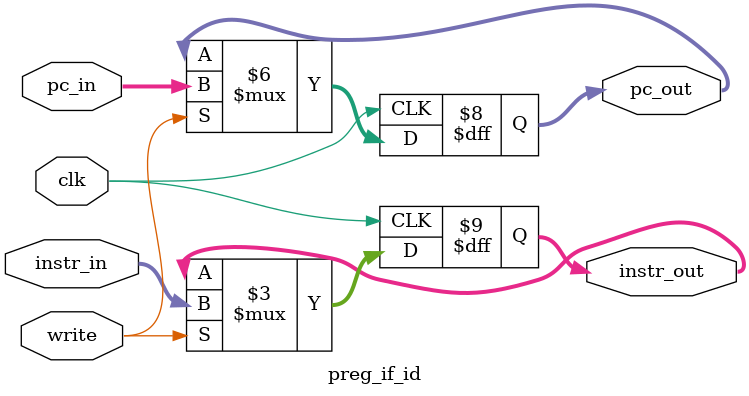
<source format=sv>
`timescale 1ns / 1ps

module preg_if_id(
    input clk,
    input write,
    input [31:0] pc_in,
    input [31:0] instr_in,
    output reg [31:0] pc_out,
    output reg [31:0] instr_out
    );
    
    always @ (posedge clk) begin
        if (write) begin
            pc_out = pc_in; // PC will not match up with instr if not -4
            instr_out = instr_in; // (only need -4 for this pipe reg, not others)
        end
    end
    
endmodule

</source>
